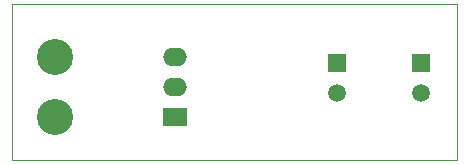
<source format=gtl>
%FSLAX25Y25*%
%MOIN*%
G70*
G01*
G75*
G04 Layer_Physical_Order=1*
G04 Layer_Color=255*
%ADD10C,0.00400*%
%ADD11R,0.08000X0.06000*%
%ADD12O,0.08000X0.06000*%
%ADD13R,0.05906X0.05906*%
%ADD14C,0.05906*%
%ADD15C,0.12000*%
D10*
X0Y0D02*
Y52000D01*
X148500D01*
Y0D02*
Y52000D01*
X0Y0D02*
X148500D01*
D11*
X54500Y14500D02*
D03*
D12*
Y24500D02*
D03*
Y34500D02*
D03*
D13*
X136500Y32500D02*
D03*
X108500D02*
D03*
D14*
X136500Y22500D02*
D03*
X108500D02*
D03*
D15*
X14500Y34500D02*
D03*
Y14500D02*
D03*
M02*

</source>
